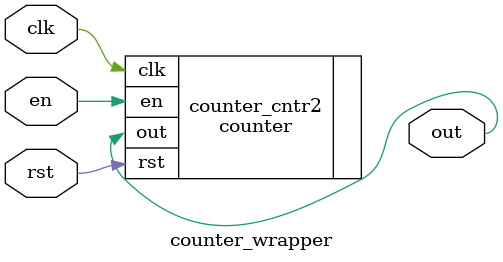
<source format=v>


`timescale 1ns/10ps

module counter_wrapper (
    clk,
    en,
    rst,
    out
);


input clk;
input en;
input rst;
output out;
wire out;







counter 
#(
   .ARCHITECTURE ("BEHAVIORAL"),
   .DATA_WIDTH   (8),
   .COUNT_FROM   (0),
   .COUNT_TO     (256),
   .STEP         (1)
) counter_cntr2 (
   .clk  (clk),
   .en   (en),
   .rst  (rst),
   .out  (out)
);

endmodule

</source>
